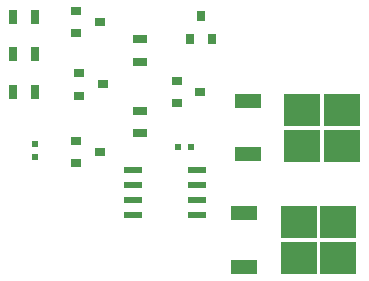
<source format=gbr>
%TF.GenerationSoftware,KiCad,Pcbnew,(5.1.10)-1*%
%TF.CreationDate,2021-08-14T12:20:45-07:00*%
%TF.ProjectId,EmitterDriverV2,456d6974-7465-4724-9472-697665725632,rev?*%
%TF.SameCoordinates,Original*%
%TF.FileFunction,Paste,Top*%
%TF.FilePolarity,Positive*%
%FSLAX46Y46*%
G04 Gerber Fmt 4.6, Leading zero omitted, Abs format (unit mm)*
G04 Created by KiCad (PCBNEW (5.1.10)-1) date 2021-08-14 12:20:45*
%MOMM*%
%LPD*%
G01*
G04 APERTURE LIST*
%ADD10R,0.500000X0.600000*%
%ADD11R,0.600000X0.500000*%
%ADD12R,0.900000X0.800000*%
%ADD13R,0.800000X0.900000*%
%ADD14R,2.200000X1.200000*%
%ADD15R,3.050000X2.750000*%
%ADD16R,0.700000X1.300000*%
%ADD17R,1.300000X0.700000*%
%ADD18R,1.550000X0.600000*%
G04 APERTURE END LIST*
D10*
%TO.C,C3*%
X41540000Y-55900000D03*
X41540000Y-57000000D03*
%TD*%
D11*
%TO.C,C4*%
X54700000Y-56100000D03*
X53600000Y-56100000D03*
%TD*%
D12*
%TO.C,D1*%
X53510000Y-50505000D03*
X53510000Y-52405000D03*
X55510000Y-51455000D03*
%TD*%
D13*
%TO.C,D2*%
X55550000Y-45000000D03*
X56500000Y-47000000D03*
X54600000Y-47000000D03*
%TD*%
D12*
%TO.C,Q1*%
X47255000Y-50820000D03*
X45255000Y-51770000D03*
X45255000Y-49870000D03*
%TD*%
%TO.C,Q2*%
X46985000Y-56535000D03*
X44985000Y-57485000D03*
X44985000Y-55585000D03*
%TD*%
%TO.C,Q3*%
X45000000Y-44600000D03*
X45000000Y-46500000D03*
X47000000Y-45550000D03*
%TD*%
D14*
%TO.C,Q4*%
X59200000Y-61720000D03*
X59200000Y-66280000D03*
D15*
X67175000Y-65525000D03*
X63825000Y-62475000D03*
X67175000Y-62475000D03*
X63825000Y-65525000D03*
%TD*%
%TO.C,Q5*%
X64150000Y-56000000D03*
X67500000Y-52950000D03*
X64150000Y-52950000D03*
X67500000Y-56000000D03*
D14*
X59525000Y-56755000D03*
X59525000Y-52195000D03*
%TD*%
D16*
%TO.C,R1*%
X41540000Y-48280000D03*
X39640000Y-48280000D03*
%TD*%
%TO.C,R2*%
X39640000Y-51455000D03*
X41540000Y-51455000D03*
%TD*%
%TO.C,R3*%
X41540000Y-45105000D03*
X39640000Y-45105000D03*
%TD*%
D17*
%TO.C,R4*%
X50430000Y-53045000D03*
X50430000Y-54945000D03*
%TD*%
%TO.C,R5*%
X50430000Y-47010000D03*
X50430000Y-48910000D03*
%TD*%
D18*
%TO.C,U1*%
X55200000Y-58095000D03*
X55200000Y-59365000D03*
X55200000Y-60635000D03*
X55200000Y-61905000D03*
X49800000Y-61905000D03*
X49800000Y-60635000D03*
X49800000Y-59365000D03*
X49800000Y-58095000D03*
%TD*%
M02*

</source>
